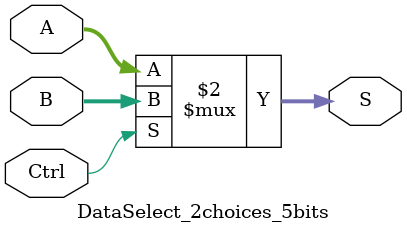
<source format=v>
`timescale 1ns / 1ps

module DataSelect_2choices_5bits(
  input [4:0] A, 
  input [4:0] B, 
  input Ctrl, 
  output [4:0] S
);
  assign S = (Ctrl == 1'b0 ? A : B);
endmodule

</source>
